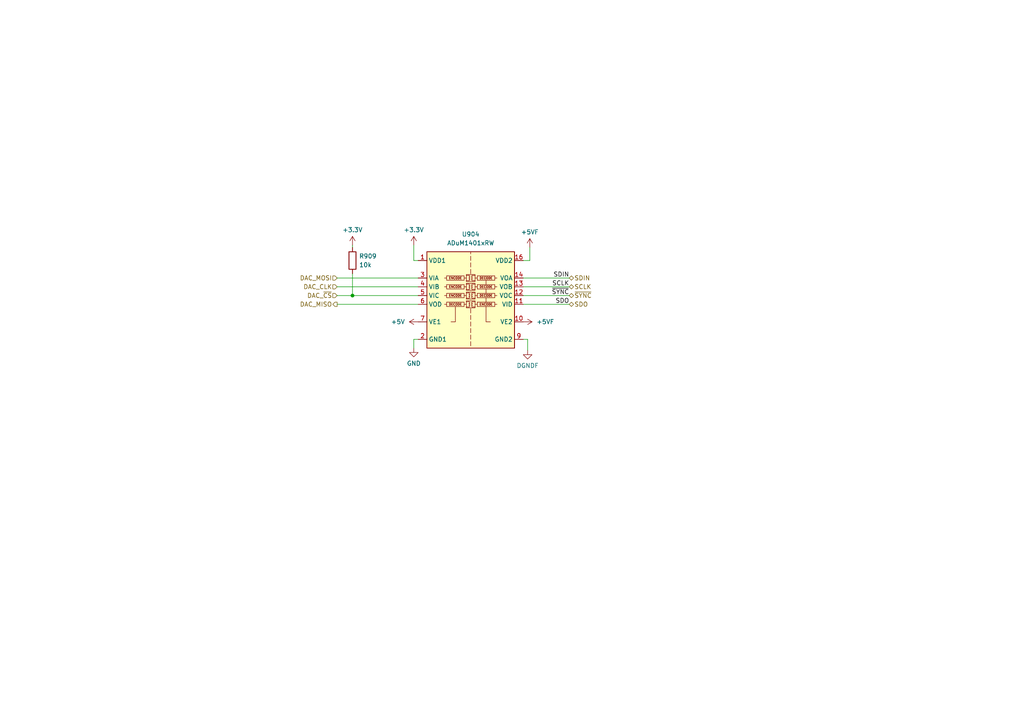
<source format=kicad_sch>
(kicad_sch (version 20230121) (generator eeschema)
  (paper "A4")
  (lib_symbols
    (symbol "Device:R" (pin_numbers hide) (pin_names (offset 0))
      (property "Reference" "R" (at 2.032 0 90))
      (property "Value" "R" (at 0 0 90))
      (symbol "R_0_1"
        (rectangle (start -1.016 -2.54) (end 1.016 2.54) (stroke (width 0.254)))
      )
      (symbol "R_1_1"
        (pin passive line (at 0 3.81 270) (length 1.27) (name "~") (number "1"))
        (pin passive line (at 0 -3.81 90) (length 1.27) (name "~") (number "2"))
      )
    )
    (symbol "ETH1CREF1A:+5VF" (power) (pin_names (offset 0))
      (property "Value" "+5VF" (at 0 3.556 0))
      (symbol "+5VF_0_1"
        (polyline (pts (xy -0.762 1.27) (xy 0 2.54)))
        (polyline (pts (xy 0 0) (xy 0 2.54)))
        (polyline (pts (xy 0 2.54) (xy 0.762 1.27)))
      )
      (symbol "+5VF_1_1"
        (pin power_in line (at 0 0 90) (length 0) hide (name "+5VF") (number "1"))
      )
    )
    (symbol "ETH1CREF1A:DGNDF" (power) (pin_names (offset 0))
      (property "Value" "DGNDF" (at 0 -3.81 0))
      (symbol "DGNDF_0_1"
        (polyline (pts (xy 0 0) (xy 0 -1.27) (xy 1.27 -1.27) (xy 0 -2.54) (xy -1.27 -1.27) (xy 0 -1.27)))
      )
      (symbol "DGNDF_1_1"
        (pin power_in line (at 0 0 270) (length 0) hide (name "DGNDF") (number "1"))
      )
    )
    (symbol "Isolator:ADuM1401xRW"
      (property "Reference" "U" (at 0 19.05 0))
      (property "Value" "ADuM1401xRW" (at 0 16.51 0))
      (symbol "ADuM1401xRW_0_0"
        (rectangle (start -1.905 0.635) (end -6.985 -0.635))
        (rectangle (start -1.27 1.016) (end 1.27 -1.016))
        (rectangle (start -1.27 3.556) (end 1.27 1.524))
        (rectangle (start -1.27 6.096) (end 1.27 4.064))
        (rectangle (start -1.27 8.636) (end 1.27 6.604))
        (arc (start -0.508 -0.762) (mid -0.2551 -0.508) (end -0.508 -0.254))
        (arc (start -0.508 -0.254) (mid -0.2551 0) (end -0.508 0.254))
        (arc (start -0.508 0.254) (mid -0.2551 0.508) (end -0.508 0.762))
        (arc (start -0.508 1.778) (mid -0.2551 2.032) (end -0.508 2.286))
        (arc (start -0.508 2.286) (mid -0.2551 2.54) (end -0.508 2.794))
        (arc (start -0.508 2.794) (mid -0.2551 3.048) (end -0.508 3.302))
        (arc (start -0.508 4.318) (mid -0.2551 4.572) (end -0.508 4.826))
        (arc (start -0.508 4.826) (mid -0.2551 5.08) (end -0.508 5.334))
        (arc (start -0.508 5.334) (mid -0.2551 5.588) (end -0.508 5.842))
        (arc (start -0.508 6.858) (mid -0.2551 7.112) (end -0.508 7.366))
        (arc (start -0.508 7.366) (mid -0.2551 7.62) (end -0.508 7.874))
        (arc (start -0.508 7.874) (mid -0.2551 8.128) (end -0.508 8.382))
        (polyline (pts (xy -6.985 0) (xy -7.62 0)))
        (polyline (pts (xy -6.985 2.54) (xy -7.62 2.54)))
        (polyline (pts (xy -6.985 5.08) (xy -7.62 5.08)))
        (polyline (pts (xy -6.985 7.62) (xy -7.62 7.62)))
        (polyline (pts (xy -4.445 -1.27) (xy -4.445 -0.635)))
        (polyline (pts (xy -1.905 0) (xy -1.27 0)))
        (polyline (pts (xy -1.905 2.54) (xy -1.27 2.54)))
        (polyline (pts (xy -1.905 5.08) (xy -1.27 5.08)))
        (polyline (pts (xy -1.905 7.62) (xy -1.27 7.62)))
        (polyline (pts (xy -1.27 -0.762) (xy -0.508 -0.762)))
        (polyline (pts (xy -1.27 0.762) (xy -0.508 0.762)))
        (polyline (pts (xy -1.27 1.778) (xy -0.508 1.778)))
        (polyline (pts (xy -1.27 3.302) (xy -0.508 3.302)))
        (polyline (pts (xy -1.27 4.318) (xy -0.508 4.318)))
        (polyline (pts (xy -1.27 5.842) (xy -0.508 5.842)))
        (polyline (pts (xy -1.27 6.858) (xy -0.508 6.858)))
        (polyline (pts (xy -1.27 8.382) (xy -0.508 8.382)))
        (polyline (pts (xy 0 -10.795) (xy 0 -12.065)))
        (polyline (pts (xy 0 -8.89) (xy 0 -10.16)))
        (polyline (pts (xy 0 -6.985) (xy 0 -8.255)))
        (polyline (pts (xy 0 -5.08) (xy 0 -6.35)))
        (polyline (pts (xy 0 -3.175) (xy 0 -4.445)))
        (polyline (pts (xy 0 -1.27) (xy 0 -2.54)))
        (polyline (pts (xy 0 8.89) (xy 0 10.16)))
        (polyline (pts (xy 0 10.795) (xy 0 12.065)))
        (polyline (pts (xy 0 12.7) (xy 0 13.97)))
        (polyline (pts (xy 0 15.24) (xy 0 14.605)))
        (polyline (pts (xy 1.27 -0.762) (xy 0.508 -0.762)))
        (polyline (pts (xy 1.27 0.762) (xy 0.508 0.762)))
        (polyline (pts (xy 1.27 1.778) (xy 0.508 1.778)))
        (polyline (pts (xy 1.27 3.302) (xy 0.508 3.302)))
        (polyline (pts (xy 1.27 4.318) (xy 0.508 4.318)))
        (polyline (pts (xy 1.27 5.842) (xy 0.508 5.842)))
        (polyline (pts (xy 1.27 6.858) (xy 0.508 6.858)))
        (polyline (pts (xy 1.27 8.382) (xy 0.508 8.382)))
        (polyline (pts (xy 1.905 0) (xy 1.27 0)))
        (polyline (pts (xy 1.905 2.54) (xy 1.27 2.54)))
        (polyline (pts (xy 1.905 5.08) (xy 1.27 5.08)))
        (polyline (pts (xy 1.905 7.62) (xy 1.27 7.62)))
        (polyline (pts (xy 4.445 0.635) (xy 4.445 1.905)))
        (polyline (pts (xy 4.445 3.175) (xy 4.445 4.445)))
        (polyline (pts (xy 4.445 5.715) (xy 4.445 6.985)))
        (polyline (pts (xy 6.985 0) (xy 7.62 0)))
        (polyline (pts (xy 6.985 2.54) (xy 7.62 2.54)))
        (polyline (pts (xy 6.985 5.08) (xy 7.62 5.08)))
        (polyline (pts (xy 6.985 7.62) (xy 7.62 7.62)))
        (polyline (pts (xy -4.445 -1.27) (xy -4.445 -5.08) (xy -5.715 -5.08)))
        (polyline (pts (xy 5.715 -5.08) (xy 4.445 -5.08) (xy 4.445 -0.635)))
        (arc (start 0.508 -0.254) (mid 0.2551 -0.508) (end 0.508 -0.762))
        (arc (start 0.508 0.254) (mid 0.2551 0) (end 0.508 -0.254))
        (arc (start 0.508 0.762) (mid 0.2551 0.508) (end 0.508 0.254))
        (arc (start 0.508 2.286) (mid 0.2551 2.032) (end 0.508 1.778))
        (arc (start 0.508 2.794) (mid 0.2551 2.54) (end 0.508 2.286))
        (arc (start 0.508 3.302) (mid 0.2551 3.048) (end 0.508 2.794))
        (arc (start 0.508 4.826) (mid 0.2551 4.572) (end 0.508 4.318))
        (arc (start 0.508 5.334) (mid 0.2551 5.08) (end 0.508 4.826))
        (arc (start 0.508 5.842) (mid 0.2551 5.588) (end 0.508 5.334))
        (arc (start 0.508 7.366) (mid 0.2551 7.112) (end 0.508 6.858))
        (arc (start 0.508 7.874) (mid 0.2551 7.62) (end 0.508 7.366))
        (arc (start 0.508 8.382) (mid 0.2551 8.128) (end 0.508 7.874))
        (rectangle (start 1.905 0.635) (end 6.985 -0.635))
        (rectangle (start 1.905 3.175) (end 6.985 1.905))
        (rectangle (start 1.905 5.715) (end 6.985 4.445))
        (rectangle (start 1.905 8.255) (end 6.985 6.985))
        (text "DECODE" (at -4.445 0 0) (effects (font (size 0.635 0.635))))
        (text "DECODE" (at 4.445 2.54 0) (effects (font (size 0.635 0.635))))
        (text "DECODE" (at 4.445 5.08 0) (effects (font (size 0.635 0.635))))
        (text "DECODE" (at 4.445 7.62 0) (effects (font (size 0.635 0.635))))
        (text "ENCODE" (at -4.445 2.54 0) (effects (font (size 0.635 0.635))))
        (text "ENCODE" (at -4.445 5.08 0) (effects (font (size 0.635 0.635))))
        (text "ENCODE" (at -4.445 7.62 0) (effects (font (size 0.635 0.635))))
        (text "ENCODE" (at 4.445 0 0) (effects (font (size 0.635 0.635))))
      )
      (symbol "ADuM1401xRW_0_1"
        (rectangle (start -12.7 15.24) (end 12.7 -12.7) (stroke (width 0.254)) (fill (type background)))
        (rectangle (start -1.905 3.175) (end -6.985 1.905))
        (rectangle (start -1.905 5.715) (end -6.985 4.445))
        (rectangle (start -1.905 8.255) (end -6.985 6.985))
      )
      (symbol "ADuM1401xRW_1_1"
        (pin power_in line (at -15.24 12.7 0) (length 2.54) (name "VDD1") (number "1"))
        (pin input line (at 15.24 -5.08 180) (length 2.54) (name "VE2") (number "10"))
        (pin input line (at 15.24 0 180) (length 2.54) (name "VID") (number "11"))
        (pin output line (at 15.24 2.54 180) (length 2.54) (name "VOC") (number "12"))
        (pin output line (at 15.24 5.08 180) (length 2.54) (name "VOB") (number "13"))
        (pin output line (at 15.24 7.62 180) (length 2.54) (name "VOA") (number "14"))
        (pin passive line (at 15.24 -10.16 180) (length 2.54) hide (name "GND2") (number "15"))
        (pin power_in line (at 15.24 12.7 180) (length 2.54) (name "VDD2") (number "16"))
        (pin power_in line (at -15.24 -10.16 0) (length 2.54) (name "GND1") (number "2"))
        (pin input line (at -15.24 7.62 0) (length 2.54) (name "VIA") (number "3"))
        (pin input line (at -15.24 5.08 0) (length 2.54) (name "VIB") (number "4"))
        (pin input line (at -15.24 2.54 0) (length 2.54) (name "VIC") (number "5"))
        (pin output line (at -15.24 0 0) (length 2.54) (name "VOD") (number "6"))
        (pin input line (at -15.24 -5.08 0) (length 2.54) (name "VE1") (number "7"))
        (pin passive line (at -15.24 -10.16 0) (length 2.54) hide (name "GND1") (number "8"))
        (pin power_in line (at 15.24 -10.16 180) (length 2.54) (name "GND2") (number "9"))
      )
    )
    (symbol "power:+3.3V" (power) (pin_names (offset 0))
      (property "Value" "+3.3V" (at 0 3.556 0))
      (symbol "+3.3V_0_1"
        (polyline (pts (xy -0.762 1.27) (xy 0 2.54)))
        (polyline (pts (xy 0 0) (xy 0 2.54)))
        (polyline (pts (xy 0 2.54) (xy 0.762 1.27)))
      )
      (symbol "+3.3V_1_1"
        (pin power_in line (at 0 0 90) (length 0) hide (name "+3.3V") (number "1"))
      )
    )
    (symbol "power:+5V" (power) (pin_names (offset 0))
      (property "Value" "+5V" (at 0 3.556 0))
      (symbol "+5V_0_1"
        (polyline (pts (xy -0.762 1.27) (xy 0 2.54)))
        (polyline (pts (xy 0 0) (xy 0 2.54)))
        (polyline (pts (xy 0 2.54) (xy 0.762 1.27)))
      )
      (symbol "+5V_1_1"
        (pin power_in line (at 0 0 90) (length 0) hide (name "+5V") (number "1"))
      )
    )
    (symbol "power:GND" (power) (pin_names (offset 0))
      (property "Value" "GND" (at 0 -3.81 0))
      (symbol "GND_0_1"
        (polyline (pts (xy 0 0) (xy 0 -1.27) (xy 1.27 -1.27) (xy 0 -2.54) (xy -1.27 -1.27) (xy 0 -1.27)))
      )
      (symbol "GND_1_1"
        (pin power_in line (at 0 0 270) (length 0) hide (name "GND") (number "1"))
      )
    )
  )
  (junction (at 102.235 85.725))
  (wire (pts (xy 151.765 88.265) (xy 165.1 88.265)))
  (wire (pts (xy 151.765 80.645) (xy 165.1 80.645)))
  (wire (pts (xy 151.765 83.185) (xy 165.1 83.185)))
  (wire (pts (xy 153.035 98.425) (xy 151.765 98.425)))
  (wire (pts (xy 97.79 88.265) (xy 121.285 88.265)))
  (wire (pts (xy 120.015 75.565) (xy 121.285 75.565)))
  (wire (pts (xy 151.765 85.725) (xy 165.1 85.725)))
  (wire (pts (xy 120.015 71.12) (xy 120.015 75.565)))
  (wire (pts (xy 120.015 100.965) (xy 120.015 98.425)))
  (wire (pts (xy 102.235 85.725) (xy 121.285 85.725)))
  (wire (pts (xy 97.79 83.185) (xy 121.285 83.185)))
  (wire (pts (xy 102.235 71.12) (xy 102.235 71.755)))
  (wire (pts (xy 102.235 79.375) (xy 102.235 85.725)))
  (wire (pts (xy 97.79 85.725) (xy 102.235 85.725)))
  (wire (pts (xy 151.765 75.565) (xy 153.67 75.565)))
  (wire (pts (xy 97.79 80.645) (xy 121.285 80.645)))
  (wire (pts (xy 153.035 101.6) (xy 153.035 98.425)))
  (wire (pts (xy 120.015 98.425) (xy 121.285 98.425)))
  (wire (pts (xy 153.67 75.565) (xy 153.67 71.755)))
  (label "SCLK" (at 165.1 83.185 180))
  (label "SDO" (at 165.1 88.265 180))
  (label "SDIN" (at 165.1 80.645 180))
  (label "~{SYNC}" (at 165.1 85.725 180))
  (hierarchical_label "DAC_MISO" (shape output) (at 97.79 88.265 180))
  (hierarchical_label "DAC_MOSI" (shape input) (at 97.79 80.645 180))
  (hierarchical_label "SDIN" (shape bidirectional) (at 165.1 80.645 0))
  (hierarchical_label "DAC_~{CS}" (shape input) (at 97.79 85.725 180))
  (hierarchical_label "SCLK" (shape bidirectional) (at 165.1 83.185 0))
  (hierarchical_label "DAC_CLK" (shape input) (at 97.79 83.185 180))
  (hierarchical_label "~{SYNC}" (shape bidirectional) (at 165.1 85.725 0))
  (hierarchical_label "SDO" (shape bidirectional) (at 165.1 88.265 0))
  (symbol (lib_id "Isolator:ADuM1401xRW") (at 136.525 88.265 0) (unit 1)
    (property "Reference" "U904" (at 136.525 67.945 0))
    (property "Value" "ADuM1401xRW" (at 136.525 70.485 0))
    (property "Footprint" "Package_SO:SOIC-16W_7.5x10.3mm_P1.27mm" (effects hide))
    (property "Datasheet" "https://www.analog.com/media/en/technical-documentation/data-sheets/ADUM1400_1401_1402.pdf" (effects hide))
    (instances (project "ETH1CREF1A" (path "" (reference "U904") (unit 1)) (path "" (reference "U1004") (unit 1))))
  )
  (symbol (lib_id "power:GND") (at 120.015 100.965 0) (unit 1)
    (property "Reference" "#PWR0921" (effects hide))
    (property "Value" "GND" (at 120.015 105.41 0))
    (instances (project "ETH1CREF1A" (path "" (reference "#PWR0921") (unit 1)) (path "" (reference "#PWR01032") (unit 1))))
  )
  (symbol (lib_id "power:+5V") (at 121.285 93.345 90) (unit 1)
    (property "Reference" "#PWR0924" (effects hide))
    (property "Value" "+5V" (at 117.475 93.345 90) (effects (justify left)))
    (instances (project "ETH1CREF1A" (path "" (reference "#PWR0924") (unit 1)) (path "" (reference "#PWR01033") (unit 1))))
  )
  (symbol (lib_id "Device:R") (at 102.235 75.565 0) (unit 1)
    (property "Reference" "R909" (at 104.14 74.295 0) (effects (justify left)))
    (property "Value" "10k" (at 104.14 76.835 0) (effects (justify left)))
    (instances (project "ETH1CREF1A" (path "" (reference "R909") (unit 1)) (path "" (reference "R1011") (unit 1))))
  )
  (symbol (lib_id "power:+3.3V") (at 120.015 71.12 0) (unit 1)
    (property "Reference" "#PWR01037" (effects hide))
    (property "Value" "+3.3V" (at 120.015 66.675 0))
  )
  (symbol (lib_id "ETH1CREF1A:+5VF") (at 151.765 93.345 270) (unit 1)
    (property "Reference" "#PWR0920" (effects hide))
    (property "Value" "+5VF" (at 155.575 93.345 90) (effects (justify left)))
    (instances (project "ETH1CREF1A" (path "" (reference "#PWR0920") (unit 1)) (path "" (reference "#PWR01034") (unit 1))))
  )
  (symbol (lib_id "power:+3.3V") (at 102.235 71.12 0) (unit 1)
    (property "Reference" "#PWR01030" (effects hide))
    (property "Value" "+3.3V" (at 102.235 66.675 0))
  )
  (symbol (lib_id "ETH1CREF1A:+5VF") (at 153.67 71.755 0) (unit 1)
    (property "Reference" "#PWR0923" (effects hide))
    (property "Value" "+5VF" (at 153.67 67.31 0))
    (instances (project "ETH1CREF1A" (path "" (reference "#PWR0923") (unit 1)) (path "" (reference "#PWR01036") (unit 1))))
  )
  (symbol (lib_id "ETH1CREF1A:DGNDF") (at 153.035 101.6 0) (unit 1)
    (property "Reference" "#PWR0904" (effects hide))
    (property "Value" "DGNDF" (at 153.035 106.045 0))
    (instances (project "ETH1CREF1A" (path "" (reference "#PWR0904") (unit 1)) (path "" (reference "#PWR01035") (unit 1))))
  )
)
</source>
